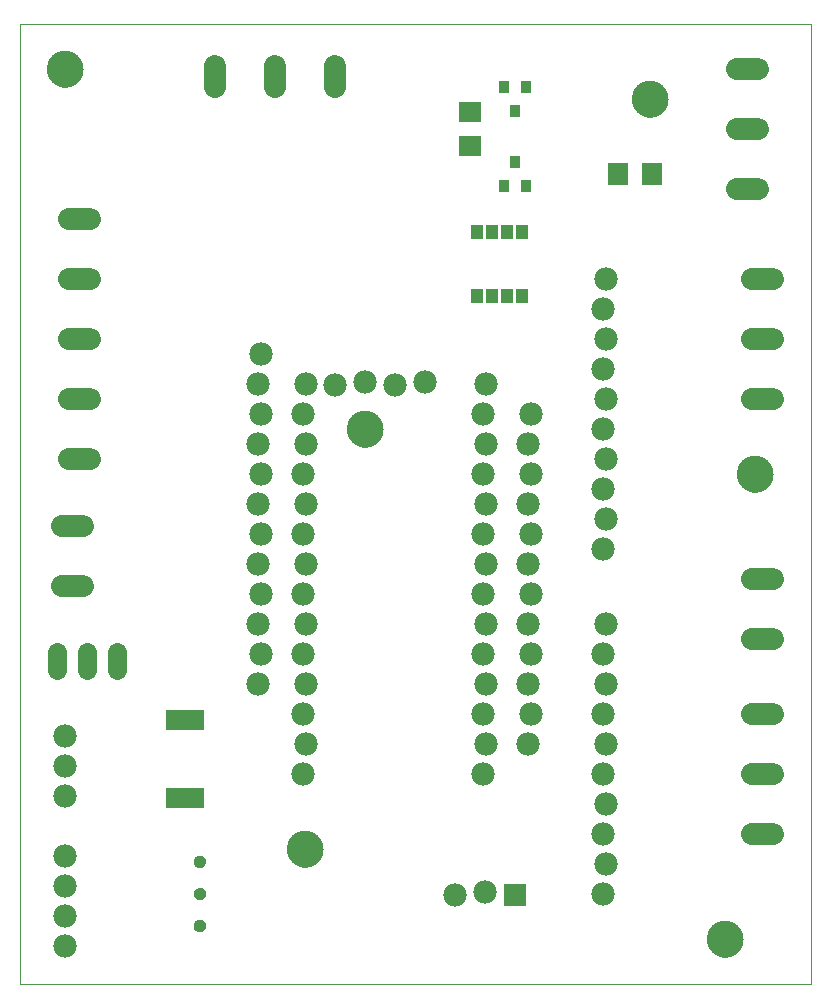
<source format=gts>
G75*
%MOIN*%
%OFA0B0*%
%FSLAX25Y25*%
%IPPOS*%
%LPD*%
%AMOC8*
5,1,8,0,0,1.08239X$1,22.5*
%
%ADD10C,0.00000*%
%ADD11C,0.12211*%
%ADD12C,0.07450*%
%ADD13C,0.07800*%
%ADD14R,0.07800X0.07800*%
%ADD15C,0.06400*%
%ADD16R,0.07498X0.06699*%
%ADD17R,0.06699X0.07498*%
%ADD18C,0.00500*%
%ADD19R,0.04000X0.04900*%
%ADD20R,0.03550X0.03943*%
%ADD21R,0.12800X0.06500*%
D10*
X0073539Y0010833D02*
X0073539Y0330833D01*
X0337240Y0330833D01*
X0337240Y0010833D01*
X0073539Y0010833D01*
X0162633Y0055833D02*
X0162635Y0055986D01*
X0162641Y0056140D01*
X0162651Y0056293D01*
X0162665Y0056445D01*
X0162683Y0056598D01*
X0162705Y0056749D01*
X0162730Y0056900D01*
X0162760Y0057051D01*
X0162794Y0057201D01*
X0162831Y0057349D01*
X0162872Y0057497D01*
X0162917Y0057643D01*
X0162966Y0057789D01*
X0163019Y0057933D01*
X0163075Y0058075D01*
X0163135Y0058216D01*
X0163199Y0058356D01*
X0163266Y0058494D01*
X0163337Y0058630D01*
X0163412Y0058764D01*
X0163489Y0058896D01*
X0163571Y0059026D01*
X0163655Y0059154D01*
X0163743Y0059280D01*
X0163834Y0059403D01*
X0163928Y0059524D01*
X0164026Y0059642D01*
X0164126Y0059758D01*
X0164230Y0059871D01*
X0164336Y0059982D01*
X0164445Y0060090D01*
X0164557Y0060195D01*
X0164671Y0060296D01*
X0164789Y0060395D01*
X0164908Y0060491D01*
X0165030Y0060584D01*
X0165155Y0060673D01*
X0165282Y0060760D01*
X0165411Y0060842D01*
X0165542Y0060922D01*
X0165675Y0060998D01*
X0165810Y0061071D01*
X0165947Y0061140D01*
X0166086Y0061205D01*
X0166226Y0061267D01*
X0166368Y0061325D01*
X0166511Y0061380D01*
X0166656Y0061431D01*
X0166802Y0061478D01*
X0166949Y0061521D01*
X0167097Y0061560D01*
X0167246Y0061596D01*
X0167396Y0061627D01*
X0167547Y0061655D01*
X0167698Y0061679D01*
X0167851Y0061699D01*
X0168003Y0061715D01*
X0168156Y0061727D01*
X0168309Y0061735D01*
X0168462Y0061739D01*
X0168616Y0061739D01*
X0168769Y0061735D01*
X0168922Y0061727D01*
X0169075Y0061715D01*
X0169227Y0061699D01*
X0169380Y0061679D01*
X0169531Y0061655D01*
X0169682Y0061627D01*
X0169832Y0061596D01*
X0169981Y0061560D01*
X0170129Y0061521D01*
X0170276Y0061478D01*
X0170422Y0061431D01*
X0170567Y0061380D01*
X0170710Y0061325D01*
X0170852Y0061267D01*
X0170992Y0061205D01*
X0171131Y0061140D01*
X0171268Y0061071D01*
X0171403Y0060998D01*
X0171536Y0060922D01*
X0171667Y0060842D01*
X0171796Y0060760D01*
X0171923Y0060673D01*
X0172048Y0060584D01*
X0172170Y0060491D01*
X0172289Y0060395D01*
X0172407Y0060296D01*
X0172521Y0060195D01*
X0172633Y0060090D01*
X0172742Y0059982D01*
X0172848Y0059871D01*
X0172952Y0059758D01*
X0173052Y0059642D01*
X0173150Y0059524D01*
X0173244Y0059403D01*
X0173335Y0059280D01*
X0173423Y0059154D01*
X0173507Y0059026D01*
X0173589Y0058896D01*
X0173666Y0058764D01*
X0173741Y0058630D01*
X0173812Y0058494D01*
X0173879Y0058356D01*
X0173943Y0058216D01*
X0174003Y0058075D01*
X0174059Y0057933D01*
X0174112Y0057789D01*
X0174161Y0057643D01*
X0174206Y0057497D01*
X0174247Y0057349D01*
X0174284Y0057201D01*
X0174318Y0057051D01*
X0174348Y0056900D01*
X0174373Y0056749D01*
X0174395Y0056598D01*
X0174413Y0056445D01*
X0174427Y0056293D01*
X0174437Y0056140D01*
X0174443Y0055986D01*
X0174445Y0055833D01*
X0174443Y0055680D01*
X0174437Y0055526D01*
X0174427Y0055373D01*
X0174413Y0055221D01*
X0174395Y0055068D01*
X0174373Y0054917D01*
X0174348Y0054766D01*
X0174318Y0054615D01*
X0174284Y0054465D01*
X0174247Y0054317D01*
X0174206Y0054169D01*
X0174161Y0054023D01*
X0174112Y0053877D01*
X0174059Y0053733D01*
X0174003Y0053591D01*
X0173943Y0053450D01*
X0173879Y0053310D01*
X0173812Y0053172D01*
X0173741Y0053036D01*
X0173666Y0052902D01*
X0173589Y0052770D01*
X0173507Y0052640D01*
X0173423Y0052512D01*
X0173335Y0052386D01*
X0173244Y0052263D01*
X0173150Y0052142D01*
X0173052Y0052024D01*
X0172952Y0051908D01*
X0172848Y0051795D01*
X0172742Y0051684D01*
X0172633Y0051576D01*
X0172521Y0051471D01*
X0172407Y0051370D01*
X0172289Y0051271D01*
X0172170Y0051175D01*
X0172048Y0051082D01*
X0171923Y0050993D01*
X0171796Y0050906D01*
X0171667Y0050824D01*
X0171536Y0050744D01*
X0171403Y0050668D01*
X0171268Y0050595D01*
X0171131Y0050526D01*
X0170992Y0050461D01*
X0170852Y0050399D01*
X0170710Y0050341D01*
X0170567Y0050286D01*
X0170422Y0050235D01*
X0170276Y0050188D01*
X0170129Y0050145D01*
X0169981Y0050106D01*
X0169832Y0050070D01*
X0169682Y0050039D01*
X0169531Y0050011D01*
X0169380Y0049987D01*
X0169227Y0049967D01*
X0169075Y0049951D01*
X0168922Y0049939D01*
X0168769Y0049931D01*
X0168616Y0049927D01*
X0168462Y0049927D01*
X0168309Y0049931D01*
X0168156Y0049939D01*
X0168003Y0049951D01*
X0167851Y0049967D01*
X0167698Y0049987D01*
X0167547Y0050011D01*
X0167396Y0050039D01*
X0167246Y0050070D01*
X0167097Y0050106D01*
X0166949Y0050145D01*
X0166802Y0050188D01*
X0166656Y0050235D01*
X0166511Y0050286D01*
X0166368Y0050341D01*
X0166226Y0050399D01*
X0166086Y0050461D01*
X0165947Y0050526D01*
X0165810Y0050595D01*
X0165675Y0050668D01*
X0165542Y0050744D01*
X0165411Y0050824D01*
X0165282Y0050906D01*
X0165155Y0050993D01*
X0165030Y0051082D01*
X0164908Y0051175D01*
X0164789Y0051271D01*
X0164671Y0051370D01*
X0164557Y0051471D01*
X0164445Y0051576D01*
X0164336Y0051684D01*
X0164230Y0051795D01*
X0164126Y0051908D01*
X0164026Y0052024D01*
X0163928Y0052142D01*
X0163834Y0052263D01*
X0163743Y0052386D01*
X0163655Y0052512D01*
X0163571Y0052640D01*
X0163489Y0052770D01*
X0163412Y0052902D01*
X0163337Y0053036D01*
X0163266Y0053172D01*
X0163199Y0053310D01*
X0163135Y0053450D01*
X0163075Y0053591D01*
X0163019Y0053733D01*
X0162966Y0053877D01*
X0162917Y0054023D01*
X0162872Y0054169D01*
X0162831Y0054317D01*
X0162794Y0054465D01*
X0162760Y0054615D01*
X0162730Y0054766D01*
X0162705Y0054917D01*
X0162683Y0055068D01*
X0162665Y0055221D01*
X0162651Y0055373D01*
X0162641Y0055526D01*
X0162635Y0055680D01*
X0162633Y0055833D01*
X0182633Y0195833D02*
X0182635Y0195986D01*
X0182641Y0196140D01*
X0182651Y0196293D01*
X0182665Y0196445D01*
X0182683Y0196598D01*
X0182705Y0196749D01*
X0182730Y0196900D01*
X0182760Y0197051D01*
X0182794Y0197201D01*
X0182831Y0197349D01*
X0182872Y0197497D01*
X0182917Y0197643D01*
X0182966Y0197789D01*
X0183019Y0197933D01*
X0183075Y0198075D01*
X0183135Y0198216D01*
X0183199Y0198356D01*
X0183266Y0198494D01*
X0183337Y0198630D01*
X0183412Y0198764D01*
X0183489Y0198896D01*
X0183571Y0199026D01*
X0183655Y0199154D01*
X0183743Y0199280D01*
X0183834Y0199403D01*
X0183928Y0199524D01*
X0184026Y0199642D01*
X0184126Y0199758D01*
X0184230Y0199871D01*
X0184336Y0199982D01*
X0184445Y0200090D01*
X0184557Y0200195D01*
X0184671Y0200296D01*
X0184789Y0200395D01*
X0184908Y0200491D01*
X0185030Y0200584D01*
X0185155Y0200673D01*
X0185282Y0200760D01*
X0185411Y0200842D01*
X0185542Y0200922D01*
X0185675Y0200998D01*
X0185810Y0201071D01*
X0185947Y0201140D01*
X0186086Y0201205D01*
X0186226Y0201267D01*
X0186368Y0201325D01*
X0186511Y0201380D01*
X0186656Y0201431D01*
X0186802Y0201478D01*
X0186949Y0201521D01*
X0187097Y0201560D01*
X0187246Y0201596D01*
X0187396Y0201627D01*
X0187547Y0201655D01*
X0187698Y0201679D01*
X0187851Y0201699D01*
X0188003Y0201715D01*
X0188156Y0201727D01*
X0188309Y0201735D01*
X0188462Y0201739D01*
X0188616Y0201739D01*
X0188769Y0201735D01*
X0188922Y0201727D01*
X0189075Y0201715D01*
X0189227Y0201699D01*
X0189380Y0201679D01*
X0189531Y0201655D01*
X0189682Y0201627D01*
X0189832Y0201596D01*
X0189981Y0201560D01*
X0190129Y0201521D01*
X0190276Y0201478D01*
X0190422Y0201431D01*
X0190567Y0201380D01*
X0190710Y0201325D01*
X0190852Y0201267D01*
X0190992Y0201205D01*
X0191131Y0201140D01*
X0191268Y0201071D01*
X0191403Y0200998D01*
X0191536Y0200922D01*
X0191667Y0200842D01*
X0191796Y0200760D01*
X0191923Y0200673D01*
X0192048Y0200584D01*
X0192170Y0200491D01*
X0192289Y0200395D01*
X0192407Y0200296D01*
X0192521Y0200195D01*
X0192633Y0200090D01*
X0192742Y0199982D01*
X0192848Y0199871D01*
X0192952Y0199758D01*
X0193052Y0199642D01*
X0193150Y0199524D01*
X0193244Y0199403D01*
X0193335Y0199280D01*
X0193423Y0199154D01*
X0193507Y0199026D01*
X0193589Y0198896D01*
X0193666Y0198764D01*
X0193741Y0198630D01*
X0193812Y0198494D01*
X0193879Y0198356D01*
X0193943Y0198216D01*
X0194003Y0198075D01*
X0194059Y0197933D01*
X0194112Y0197789D01*
X0194161Y0197643D01*
X0194206Y0197497D01*
X0194247Y0197349D01*
X0194284Y0197201D01*
X0194318Y0197051D01*
X0194348Y0196900D01*
X0194373Y0196749D01*
X0194395Y0196598D01*
X0194413Y0196445D01*
X0194427Y0196293D01*
X0194437Y0196140D01*
X0194443Y0195986D01*
X0194445Y0195833D01*
X0194443Y0195680D01*
X0194437Y0195526D01*
X0194427Y0195373D01*
X0194413Y0195221D01*
X0194395Y0195068D01*
X0194373Y0194917D01*
X0194348Y0194766D01*
X0194318Y0194615D01*
X0194284Y0194465D01*
X0194247Y0194317D01*
X0194206Y0194169D01*
X0194161Y0194023D01*
X0194112Y0193877D01*
X0194059Y0193733D01*
X0194003Y0193591D01*
X0193943Y0193450D01*
X0193879Y0193310D01*
X0193812Y0193172D01*
X0193741Y0193036D01*
X0193666Y0192902D01*
X0193589Y0192770D01*
X0193507Y0192640D01*
X0193423Y0192512D01*
X0193335Y0192386D01*
X0193244Y0192263D01*
X0193150Y0192142D01*
X0193052Y0192024D01*
X0192952Y0191908D01*
X0192848Y0191795D01*
X0192742Y0191684D01*
X0192633Y0191576D01*
X0192521Y0191471D01*
X0192407Y0191370D01*
X0192289Y0191271D01*
X0192170Y0191175D01*
X0192048Y0191082D01*
X0191923Y0190993D01*
X0191796Y0190906D01*
X0191667Y0190824D01*
X0191536Y0190744D01*
X0191403Y0190668D01*
X0191268Y0190595D01*
X0191131Y0190526D01*
X0190992Y0190461D01*
X0190852Y0190399D01*
X0190710Y0190341D01*
X0190567Y0190286D01*
X0190422Y0190235D01*
X0190276Y0190188D01*
X0190129Y0190145D01*
X0189981Y0190106D01*
X0189832Y0190070D01*
X0189682Y0190039D01*
X0189531Y0190011D01*
X0189380Y0189987D01*
X0189227Y0189967D01*
X0189075Y0189951D01*
X0188922Y0189939D01*
X0188769Y0189931D01*
X0188616Y0189927D01*
X0188462Y0189927D01*
X0188309Y0189931D01*
X0188156Y0189939D01*
X0188003Y0189951D01*
X0187851Y0189967D01*
X0187698Y0189987D01*
X0187547Y0190011D01*
X0187396Y0190039D01*
X0187246Y0190070D01*
X0187097Y0190106D01*
X0186949Y0190145D01*
X0186802Y0190188D01*
X0186656Y0190235D01*
X0186511Y0190286D01*
X0186368Y0190341D01*
X0186226Y0190399D01*
X0186086Y0190461D01*
X0185947Y0190526D01*
X0185810Y0190595D01*
X0185675Y0190668D01*
X0185542Y0190744D01*
X0185411Y0190824D01*
X0185282Y0190906D01*
X0185155Y0190993D01*
X0185030Y0191082D01*
X0184908Y0191175D01*
X0184789Y0191271D01*
X0184671Y0191370D01*
X0184557Y0191471D01*
X0184445Y0191576D01*
X0184336Y0191684D01*
X0184230Y0191795D01*
X0184126Y0191908D01*
X0184026Y0192024D01*
X0183928Y0192142D01*
X0183834Y0192263D01*
X0183743Y0192386D01*
X0183655Y0192512D01*
X0183571Y0192640D01*
X0183489Y0192770D01*
X0183412Y0192902D01*
X0183337Y0193036D01*
X0183266Y0193172D01*
X0183199Y0193310D01*
X0183135Y0193450D01*
X0183075Y0193591D01*
X0183019Y0193733D01*
X0182966Y0193877D01*
X0182917Y0194023D01*
X0182872Y0194169D01*
X0182831Y0194317D01*
X0182794Y0194465D01*
X0182760Y0194615D01*
X0182730Y0194766D01*
X0182705Y0194917D01*
X0182683Y0195068D01*
X0182665Y0195221D01*
X0182651Y0195373D01*
X0182641Y0195526D01*
X0182635Y0195680D01*
X0182633Y0195833D01*
X0277633Y0305833D02*
X0277635Y0305986D01*
X0277641Y0306140D01*
X0277651Y0306293D01*
X0277665Y0306445D01*
X0277683Y0306598D01*
X0277705Y0306749D01*
X0277730Y0306900D01*
X0277760Y0307051D01*
X0277794Y0307201D01*
X0277831Y0307349D01*
X0277872Y0307497D01*
X0277917Y0307643D01*
X0277966Y0307789D01*
X0278019Y0307933D01*
X0278075Y0308075D01*
X0278135Y0308216D01*
X0278199Y0308356D01*
X0278266Y0308494D01*
X0278337Y0308630D01*
X0278412Y0308764D01*
X0278489Y0308896D01*
X0278571Y0309026D01*
X0278655Y0309154D01*
X0278743Y0309280D01*
X0278834Y0309403D01*
X0278928Y0309524D01*
X0279026Y0309642D01*
X0279126Y0309758D01*
X0279230Y0309871D01*
X0279336Y0309982D01*
X0279445Y0310090D01*
X0279557Y0310195D01*
X0279671Y0310296D01*
X0279789Y0310395D01*
X0279908Y0310491D01*
X0280030Y0310584D01*
X0280155Y0310673D01*
X0280282Y0310760D01*
X0280411Y0310842D01*
X0280542Y0310922D01*
X0280675Y0310998D01*
X0280810Y0311071D01*
X0280947Y0311140D01*
X0281086Y0311205D01*
X0281226Y0311267D01*
X0281368Y0311325D01*
X0281511Y0311380D01*
X0281656Y0311431D01*
X0281802Y0311478D01*
X0281949Y0311521D01*
X0282097Y0311560D01*
X0282246Y0311596D01*
X0282396Y0311627D01*
X0282547Y0311655D01*
X0282698Y0311679D01*
X0282851Y0311699D01*
X0283003Y0311715D01*
X0283156Y0311727D01*
X0283309Y0311735D01*
X0283462Y0311739D01*
X0283616Y0311739D01*
X0283769Y0311735D01*
X0283922Y0311727D01*
X0284075Y0311715D01*
X0284227Y0311699D01*
X0284380Y0311679D01*
X0284531Y0311655D01*
X0284682Y0311627D01*
X0284832Y0311596D01*
X0284981Y0311560D01*
X0285129Y0311521D01*
X0285276Y0311478D01*
X0285422Y0311431D01*
X0285567Y0311380D01*
X0285710Y0311325D01*
X0285852Y0311267D01*
X0285992Y0311205D01*
X0286131Y0311140D01*
X0286268Y0311071D01*
X0286403Y0310998D01*
X0286536Y0310922D01*
X0286667Y0310842D01*
X0286796Y0310760D01*
X0286923Y0310673D01*
X0287048Y0310584D01*
X0287170Y0310491D01*
X0287289Y0310395D01*
X0287407Y0310296D01*
X0287521Y0310195D01*
X0287633Y0310090D01*
X0287742Y0309982D01*
X0287848Y0309871D01*
X0287952Y0309758D01*
X0288052Y0309642D01*
X0288150Y0309524D01*
X0288244Y0309403D01*
X0288335Y0309280D01*
X0288423Y0309154D01*
X0288507Y0309026D01*
X0288589Y0308896D01*
X0288666Y0308764D01*
X0288741Y0308630D01*
X0288812Y0308494D01*
X0288879Y0308356D01*
X0288943Y0308216D01*
X0289003Y0308075D01*
X0289059Y0307933D01*
X0289112Y0307789D01*
X0289161Y0307643D01*
X0289206Y0307497D01*
X0289247Y0307349D01*
X0289284Y0307201D01*
X0289318Y0307051D01*
X0289348Y0306900D01*
X0289373Y0306749D01*
X0289395Y0306598D01*
X0289413Y0306445D01*
X0289427Y0306293D01*
X0289437Y0306140D01*
X0289443Y0305986D01*
X0289445Y0305833D01*
X0289443Y0305680D01*
X0289437Y0305526D01*
X0289427Y0305373D01*
X0289413Y0305221D01*
X0289395Y0305068D01*
X0289373Y0304917D01*
X0289348Y0304766D01*
X0289318Y0304615D01*
X0289284Y0304465D01*
X0289247Y0304317D01*
X0289206Y0304169D01*
X0289161Y0304023D01*
X0289112Y0303877D01*
X0289059Y0303733D01*
X0289003Y0303591D01*
X0288943Y0303450D01*
X0288879Y0303310D01*
X0288812Y0303172D01*
X0288741Y0303036D01*
X0288666Y0302902D01*
X0288589Y0302770D01*
X0288507Y0302640D01*
X0288423Y0302512D01*
X0288335Y0302386D01*
X0288244Y0302263D01*
X0288150Y0302142D01*
X0288052Y0302024D01*
X0287952Y0301908D01*
X0287848Y0301795D01*
X0287742Y0301684D01*
X0287633Y0301576D01*
X0287521Y0301471D01*
X0287407Y0301370D01*
X0287289Y0301271D01*
X0287170Y0301175D01*
X0287048Y0301082D01*
X0286923Y0300993D01*
X0286796Y0300906D01*
X0286667Y0300824D01*
X0286536Y0300744D01*
X0286403Y0300668D01*
X0286268Y0300595D01*
X0286131Y0300526D01*
X0285992Y0300461D01*
X0285852Y0300399D01*
X0285710Y0300341D01*
X0285567Y0300286D01*
X0285422Y0300235D01*
X0285276Y0300188D01*
X0285129Y0300145D01*
X0284981Y0300106D01*
X0284832Y0300070D01*
X0284682Y0300039D01*
X0284531Y0300011D01*
X0284380Y0299987D01*
X0284227Y0299967D01*
X0284075Y0299951D01*
X0283922Y0299939D01*
X0283769Y0299931D01*
X0283616Y0299927D01*
X0283462Y0299927D01*
X0283309Y0299931D01*
X0283156Y0299939D01*
X0283003Y0299951D01*
X0282851Y0299967D01*
X0282698Y0299987D01*
X0282547Y0300011D01*
X0282396Y0300039D01*
X0282246Y0300070D01*
X0282097Y0300106D01*
X0281949Y0300145D01*
X0281802Y0300188D01*
X0281656Y0300235D01*
X0281511Y0300286D01*
X0281368Y0300341D01*
X0281226Y0300399D01*
X0281086Y0300461D01*
X0280947Y0300526D01*
X0280810Y0300595D01*
X0280675Y0300668D01*
X0280542Y0300744D01*
X0280411Y0300824D01*
X0280282Y0300906D01*
X0280155Y0300993D01*
X0280030Y0301082D01*
X0279908Y0301175D01*
X0279789Y0301271D01*
X0279671Y0301370D01*
X0279557Y0301471D01*
X0279445Y0301576D01*
X0279336Y0301684D01*
X0279230Y0301795D01*
X0279126Y0301908D01*
X0279026Y0302024D01*
X0278928Y0302142D01*
X0278834Y0302263D01*
X0278743Y0302386D01*
X0278655Y0302512D01*
X0278571Y0302640D01*
X0278489Y0302770D01*
X0278412Y0302902D01*
X0278337Y0303036D01*
X0278266Y0303172D01*
X0278199Y0303310D01*
X0278135Y0303450D01*
X0278075Y0303591D01*
X0278019Y0303733D01*
X0277966Y0303877D01*
X0277917Y0304023D01*
X0277872Y0304169D01*
X0277831Y0304317D01*
X0277794Y0304465D01*
X0277760Y0304615D01*
X0277730Y0304766D01*
X0277705Y0304917D01*
X0277683Y0305068D01*
X0277665Y0305221D01*
X0277651Y0305373D01*
X0277641Y0305526D01*
X0277635Y0305680D01*
X0277633Y0305833D01*
X0312633Y0180833D02*
X0312635Y0180986D01*
X0312641Y0181140D01*
X0312651Y0181293D01*
X0312665Y0181445D01*
X0312683Y0181598D01*
X0312705Y0181749D01*
X0312730Y0181900D01*
X0312760Y0182051D01*
X0312794Y0182201D01*
X0312831Y0182349D01*
X0312872Y0182497D01*
X0312917Y0182643D01*
X0312966Y0182789D01*
X0313019Y0182933D01*
X0313075Y0183075D01*
X0313135Y0183216D01*
X0313199Y0183356D01*
X0313266Y0183494D01*
X0313337Y0183630D01*
X0313412Y0183764D01*
X0313489Y0183896D01*
X0313571Y0184026D01*
X0313655Y0184154D01*
X0313743Y0184280D01*
X0313834Y0184403D01*
X0313928Y0184524D01*
X0314026Y0184642D01*
X0314126Y0184758D01*
X0314230Y0184871D01*
X0314336Y0184982D01*
X0314445Y0185090D01*
X0314557Y0185195D01*
X0314671Y0185296D01*
X0314789Y0185395D01*
X0314908Y0185491D01*
X0315030Y0185584D01*
X0315155Y0185673D01*
X0315282Y0185760D01*
X0315411Y0185842D01*
X0315542Y0185922D01*
X0315675Y0185998D01*
X0315810Y0186071D01*
X0315947Y0186140D01*
X0316086Y0186205D01*
X0316226Y0186267D01*
X0316368Y0186325D01*
X0316511Y0186380D01*
X0316656Y0186431D01*
X0316802Y0186478D01*
X0316949Y0186521D01*
X0317097Y0186560D01*
X0317246Y0186596D01*
X0317396Y0186627D01*
X0317547Y0186655D01*
X0317698Y0186679D01*
X0317851Y0186699D01*
X0318003Y0186715D01*
X0318156Y0186727D01*
X0318309Y0186735D01*
X0318462Y0186739D01*
X0318616Y0186739D01*
X0318769Y0186735D01*
X0318922Y0186727D01*
X0319075Y0186715D01*
X0319227Y0186699D01*
X0319380Y0186679D01*
X0319531Y0186655D01*
X0319682Y0186627D01*
X0319832Y0186596D01*
X0319981Y0186560D01*
X0320129Y0186521D01*
X0320276Y0186478D01*
X0320422Y0186431D01*
X0320567Y0186380D01*
X0320710Y0186325D01*
X0320852Y0186267D01*
X0320992Y0186205D01*
X0321131Y0186140D01*
X0321268Y0186071D01*
X0321403Y0185998D01*
X0321536Y0185922D01*
X0321667Y0185842D01*
X0321796Y0185760D01*
X0321923Y0185673D01*
X0322048Y0185584D01*
X0322170Y0185491D01*
X0322289Y0185395D01*
X0322407Y0185296D01*
X0322521Y0185195D01*
X0322633Y0185090D01*
X0322742Y0184982D01*
X0322848Y0184871D01*
X0322952Y0184758D01*
X0323052Y0184642D01*
X0323150Y0184524D01*
X0323244Y0184403D01*
X0323335Y0184280D01*
X0323423Y0184154D01*
X0323507Y0184026D01*
X0323589Y0183896D01*
X0323666Y0183764D01*
X0323741Y0183630D01*
X0323812Y0183494D01*
X0323879Y0183356D01*
X0323943Y0183216D01*
X0324003Y0183075D01*
X0324059Y0182933D01*
X0324112Y0182789D01*
X0324161Y0182643D01*
X0324206Y0182497D01*
X0324247Y0182349D01*
X0324284Y0182201D01*
X0324318Y0182051D01*
X0324348Y0181900D01*
X0324373Y0181749D01*
X0324395Y0181598D01*
X0324413Y0181445D01*
X0324427Y0181293D01*
X0324437Y0181140D01*
X0324443Y0180986D01*
X0324445Y0180833D01*
X0324443Y0180680D01*
X0324437Y0180526D01*
X0324427Y0180373D01*
X0324413Y0180221D01*
X0324395Y0180068D01*
X0324373Y0179917D01*
X0324348Y0179766D01*
X0324318Y0179615D01*
X0324284Y0179465D01*
X0324247Y0179317D01*
X0324206Y0179169D01*
X0324161Y0179023D01*
X0324112Y0178877D01*
X0324059Y0178733D01*
X0324003Y0178591D01*
X0323943Y0178450D01*
X0323879Y0178310D01*
X0323812Y0178172D01*
X0323741Y0178036D01*
X0323666Y0177902D01*
X0323589Y0177770D01*
X0323507Y0177640D01*
X0323423Y0177512D01*
X0323335Y0177386D01*
X0323244Y0177263D01*
X0323150Y0177142D01*
X0323052Y0177024D01*
X0322952Y0176908D01*
X0322848Y0176795D01*
X0322742Y0176684D01*
X0322633Y0176576D01*
X0322521Y0176471D01*
X0322407Y0176370D01*
X0322289Y0176271D01*
X0322170Y0176175D01*
X0322048Y0176082D01*
X0321923Y0175993D01*
X0321796Y0175906D01*
X0321667Y0175824D01*
X0321536Y0175744D01*
X0321403Y0175668D01*
X0321268Y0175595D01*
X0321131Y0175526D01*
X0320992Y0175461D01*
X0320852Y0175399D01*
X0320710Y0175341D01*
X0320567Y0175286D01*
X0320422Y0175235D01*
X0320276Y0175188D01*
X0320129Y0175145D01*
X0319981Y0175106D01*
X0319832Y0175070D01*
X0319682Y0175039D01*
X0319531Y0175011D01*
X0319380Y0174987D01*
X0319227Y0174967D01*
X0319075Y0174951D01*
X0318922Y0174939D01*
X0318769Y0174931D01*
X0318616Y0174927D01*
X0318462Y0174927D01*
X0318309Y0174931D01*
X0318156Y0174939D01*
X0318003Y0174951D01*
X0317851Y0174967D01*
X0317698Y0174987D01*
X0317547Y0175011D01*
X0317396Y0175039D01*
X0317246Y0175070D01*
X0317097Y0175106D01*
X0316949Y0175145D01*
X0316802Y0175188D01*
X0316656Y0175235D01*
X0316511Y0175286D01*
X0316368Y0175341D01*
X0316226Y0175399D01*
X0316086Y0175461D01*
X0315947Y0175526D01*
X0315810Y0175595D01*
X0315675Y0175668D01*
X0315542Y0175744D01*
X0315411Y0175824D01*
X0315282Y0175906D01*
X0315155Y0175993D01*
X0315030Y0176082D01*
X0314908Y0176175D01*
X0314789Y0176271D01*
X0314671Y0176370D01*
X0314557Y0176471D01*
X0314445Y0176576D01*
X0314336Y0176684D01*
X0314230Y0176795D01*
X0314126Y0176908D01*
X0314026Y0177024D01*
X0313928Y0177142D01*
X0313834Y0177263D01*
X0313743Y0177386D01*
X0313655Y0177512D01*
X0313571Y0177640D01*
X0313489Y0177770D01*
X0313412Y0177902D01*
X0313337Y0178036D01*
X0313266Y0178172D01*
X0313199Y0178310D01*
X0313135Y0178450D01*
X0313075Y0178591D01*
X0313019Y0178733D01*
X0312966Y0178877D01*
X0312917Y0179023D01*
X0312872Y0179169D01*
X0312831Y0179317D01*
X0312794Y0179465D01*
X0312760Y0179615D01*
X0312730Y0179766D01*
X0312705Y0179917D01*
X0312683Y0180068D01*
X0312665Y0180221D01*
X0312651Y0180373D01*
X0312641Y0180526D01*
X0312635Y0180680D01*
X0312633Y0180833D01*
X0302633Y0025833D02*
X0302635Y0025986D01*
X0302641Y0026140D01*
X0302651Y0026293D01*
X0302665Y0026445D01*
X0302683Y0026598D01*
X0302705Y0026749D01*
X0302730Y0026900D01*
X0302760Y0027051D01*
X0302794Y0027201D01*
X0302831Y0027349D01*
X0302872Y0027497D01*
X0302917Y0027643D01*
X0302966Y0027789D01*
X0303019Y0027933D01*
X0303075Y0028075D01*
X0303135Y0028216D01*
X0303199Y0028356D01*
X0303266Y0028494D01*
X0303337Y0028630D01*
X0303412Y0028764D01*
X0303489Y0028896D01*
X0303571Y0029026D01*
X0303655Y0029154D01*
X0303743Y0029280D01*
X0303834Y0029403D01*
X0303928Y0029524D01*
X0304026Y0029642D01*
X0304126Y0029758D01*
X0304230Y0029871D01*
X0304336Y0029982D01*
X0304445Y0030090D01*
X0304557Y0030195D01*
X0304671Y0030296D01*
X0304789Y0030395D01*
X0304908Y0030491D01*
X0305030Y0030584D01*
X0305155Y0030673D01*
X0305282Y0030760D01*
X0305411Y0030842D01*
X0305542Y0030922D01*
X0305675Y0030998D01*
X0305810Y0031071D01*
X0305947Y0031140D01*
X0306086Y0031205D01*
X0306226Y0031267D01*
X0306368Y0031325D01*
X0306511Y0031380D01*
X0306656Y0031431D01*
X0306802Y0031478D01*
X0306949Y0031521D01*
X0307097Y0031560D01*
X0307246Y0031596D01*
X0307396Y0031627D01*
X0307547Y0031655D01*
X0307698Y0031679D01*
X0307851Y0031699D01*
X0308003Y0031715D01*
X0308156Y0031727D01*
X0308309Y0031735D01*
X0308462Y0031739D01*
X0308616Y0031739D01*
X0308769Y0031735D01*
X0308922Y0031727D01*
X0309075Y0031715D01*
X0309227Y0031699D01*
X0309380Y0031679D01*
X0309531Y0031655D01*
X0309682Y0031627D01*
X0309832Y0031596D01*
X0309981Y0031560D01*
X0310129Y0031521D01*
X0310276Y0031478D01*
X0310422Y0031431D01*
X0310567Y0031380D01*
X0310710Y0031325D01*
X0310852Y0031267D01*
X0310992Y0031205D01*
X0311131Y0031140D01*
X0311268Y0031071D01*
X0311403Y0030998D01*
X0311536Y0030922D01*
X0311667Y0030842D01*
X0311796Y0030760D01*
X0311923Y0030673D01*
X0312048Y0030584D01*
X0312170Y0030491D01*
X0312289Y0030395D01*
X0312407Y0030296D01*
X0312521Y0030195D01*
X0312633Y0030090D01*
X0312742Y0029982D01*
X0312848Y0029871D01*
X0312952Y0029758D01*
X0313052Y0029642D01*
X0313150Y0029524D01*
X0313244Y0029403D01*
X0313335Y0029280D01*
X0313423Y0029154D01*
X0313507Y0029026D01*
X0313589Y0028896D01*
X0313666Y0028764D01*
X0313741Y0028630D01*
X0313812Y0028494D01*
X0313879Y0028356D01*
X0313943Y0028216D01*
X0314003Y0028075D01*
X0314059Y0027933D01*
X0314112Y0027789D01*
X0314161Y0027643D01*
X0314206Y0027497D01*
X0314247Y0027349D01*
X0314284Y0027201D01*
X0314318Y0027051D01*
X0314348Y0026900D01*
X0314373Y0026749D01*
X0314395Y0026598D01*
X0314413Y0026445D01*
X0314427Y0026293D01*
X0314437Y0026140D01*
X0314443Y0025986D01*
X0314445Y0025833D01*
X0314443Y0025680D01*
X0314437Y0025526D01*
X0314427Y0025373D01*
X0314413Y0025221D01*
X0314395Y0025068D01*
X0314373Y0024917D01*
X0314348Y0024766D01*
X0314318Y0024615D01*
X0314284Y0024465D01*
X0314247Y0024317D01*
X0314206Y0024169D01*
X0314161Y0024023D01*
X0314112Y0023877D01*
X0314059Y0023733D01*
X0314003Y0023591D01*
X0313943Y0023450D01*
X0313879Y0023310D01*
X0313812Y0023172D01*
X0313741Y0023036D01*
X0313666Y0022902D01*
X0313589Y0022770D01*
X0313507Y0022640D01*
X0313423Y0022512D01*
X0313335Y0022386D01*
X0313244Y0022263D01*
X0313150Y0022142D01*
X0313052Y0022024D01*
X0312952Y0021908D01*
X0312848Y0021795D01*
X0312742Y0021684D01*
X0312633Y0021576D01*
X0312521Y0021471D01*
X0312407Y0021370D01*
X0312289Y0021271D01*
X0312170Y0021175D01*
X0312048Y0021082D01*
X0311923Y0020993D01*
X0311796Y0020906D01*
X0311667Y0020824D01*
X0311536Y0020744D01*
X0311403Y0020668D01*
X0311268Y0020595D01*
X0311131Y0020526D01*
X0310992Y0020461D01*
X0310852Y0020399D01*
X0310710Y0020341D01*
X0310567Y0020286D01*
X0310422Y0020235D01*
X0310276Y0020188D01*
X0310129Y0020145D01*
X0309981Y0020106D01*
X0309832Y0020070D01*
X0309682Y0020039D01*
X0309531Y0020011D01*
X0309380Y0019987D01*
X0309227Y0019967D01*
X0309075Y0019951D01*
X0308922Y0019939D01*
X0308769Y0019931D01*
X0308616Y0019927D01*
X0308462Y0019927D01*
X0308309Y0019931D01*
X0308156Y0019939D01*
X0308003Y0019951D01*
X0307851Y0019967D01*
X0307698Y0019987D01*
X0307547Y0020011D01*
X0307396Y0020039D01*
X0307246Y0020070D01*
X0307097Y0020106D01*
X0306949Y0020145D01*
X0306802Y0020188D01*
X0306656Y0020235D01*
X0306511Y0020286D01*
X0306368Y0020341D01*
X0306226Y0020399D01*
X0306086Y0020461D01*
X0305947Y0020526D01*
X0305810Y0020595D01*
X0305675Y0020668D01*
X0305542Y0020744D01*
X0305411Y0020824D01*
X0305282Y0020906D01*
X0305155Y0020993D01*
X0305030Y0021082D01*
X0304908Y0021175D01*
X0304789Y0021271D01*
X0304671Y0021370D01*
X0304557Y0021471D01*
X0304445Y0021576D01*
X0304336Y0021684D01*
X0304230Y0021795D01*
X0304126Y0021908D01*
X0304026Y0022024D01*
X0303928Y0022142D01*
X0303834Y0022263D01*
X0303743Y0022386D01*
X0303655Y0022512D01*
X0303571Y0022640D01*
X0303489Y0022770D01*
X0303412Y0022902D01*
X0303337Y0023036D01*
X0303266Y0023172D01*
X0303199Y0023310D01*
X0303135Y0023450D01*
X0303075Y0023591D01*
X0303019Y0023733D01*
X0302966Y0023877D01*
X0302917Y0024023D01*
X0302872Y0024169D01*
X0302831Y0024317D01*
X0302794Y0024465D01*
X0302760Y0024615D01*
X0302730Y0024766D01*
X0302705Y0024917D01*
X0302683Y0025068D01*
X0302665Y0025221D01*
X0302651Y0025373D01*
X0302641Y0025526D01*
X0302635Y0025680D01*
X0302633Y0025833D01*
X0082633Y0315833D02*
X0082635Y0315986D01*
X0082641Y0316140D01*
X0082651Y0316293D01*
X0082665Y0316445D01*
X0082683Y0316598D01*
X0082705Y0316749D01*
X0082730Y0316900D01*
X0082760Y0317051D01*
X0082794Y0317201D01*
X0082831Y0317349D01*
X0082872Y0317497D01*
X0082917Y0317643D01*
X0082966Y0317789D01*
X0083019Y0317933D01*
X0083075Y0318075D01*
X0083135Y0318216D01*
X0083199Y0318356D01*
X0083266Y0318494D01*
X0083337Y0318630D01*
X0083412Y0318764D01*
X0083489Y0318896D01*
X0083571Y0319026D01*
X0083655Y0319154D01*
X0083743Y0319280D01*
X0083834Y0319403D01*
X0083928Y0319524D01*
X0084026Y0319642D01*
X0084126Y0319758D01*
X0084230Y0319871D01*
X0084336Y0319982D01*
X0084445Y0320090D01*
X0084557Y0320195D01*
X0084671Y0320296D01*
X0084789Y0320395D01*
X0084908Y0320491D01*
X0085030Y0320584D01*
X0085155Y0320673D01*
X0085282Y0320760D01*
X0085411Y0320842D01*
X0085542Y0320922D01*
X0085675Y0320998D01*
X0085810Y0321071D01*
X0085947Y0321140D01*
X0086086Y0321205D01*
X0086226Y0321267D01*
X0086368Y0321325D01*
X0086511Y0321380D01*
X0086656Y0321431D01*
X0086802Y0321478D01*
X0086949Y0321521D01*
X0087097Y0321560D01*
X0087246Y0321596D01*
X0087396Y0321627D01*
X0087547Y0321655D01*
X0087698Y0321679D01*
X0087851Y0321699D01*
X0088003Y0321715D01*
X0088156Y0321727D01*
X0088309Y0321735D01*
X0088462Y0321739D01*
X0088616Y0321739D01*
X0088769Y0321735D01*
X0088922Y0321727D01*
X0089075Y0321715D01*
X0089227Y0321699D01*
X0089380Y0321679D01*
X0089531Y0321655D01*
X0089682Y0321627D01*
X0089832Y0321596D01*
X0089981Y0321560D01*
X0090129Y0321521D01*
X0090276Y0321478D01*
X0090422Y0321431D01*
X0090567Y0321380D01*
X0090710Y0321325D01*
X0090852Y0321267D01*
X0090992Y0321205D01*
X0091131Y0321140D01*
X0091268Y0321071D01*
X0091403Y0320998D01*
X0091536Y0320922D01*
X0091667Y0320842D01*
X0091796Y0320760D01*
X0091923Y0320673D01*
X0092048Y0320584D01*
X0092170Y0320491D01*
X0092289Y0320395D01*
X0092407Y0320296D01*
X0092521Y0320195D01*
X0092633Y0320090D01*
X0092742Y0319982D01*
X0092848Y0319871D01*
X0092952Y0319758D01*
X0093052Y0319642D01*
X0093150Y0319524D01*
X0093244Y0319403D01*
X0093335Y0319280D01*
X0093423Y0319154D01*
X0093507Y0319026D01*
X0093589Y0318896D01*
X0093666Y0318764D01*
X0093741Y0318630D01*
X0093812Y0318494D01*
X0093879Y0318356D01*
X0093943Y0318216D01*
X0094003Y0318075D01*
X0094059Y0317933D01*
X0094112Y0317789D01*
X0094161Y0317643D01*
X0094206Y0317497D01*
X0094247Y0317349D01*
X0094284Y0317201D01*
X0094318Y0317051D01*
X0094348Y0316900D01*
X0094373Y0316749D01*
X0094395Y0316598D01*
X0094413Y0316445D01*
X0094427Y0316293D01*
X0094437Y0316140D01*
X0094443Y0315986D01*
X0094445Y0315833D01*
X0094443Y0315680D01*
X0094437Y0315526D01*
X0094427Y0315373D01*
X0094413Y0315221D01*
X0094395Y0315068D01*
X0094373Y0314917D01*
X0094348Y0314766D01*
X0094318Y0314615D01*
X0094284Y0314465D01*
X0094247Y0314317D01*
X0094206Y0314169D01*
X0094161Y0314023D01*
X0094112Y0313877D01*
X0094059Y0313733D01*
X0094003Y0313591D01*
X0093943Y0313450D01*
X0093879Y0313310D01*
X0093812Y0313172D01*
X0093741Y0313036D01*
X0093666Y0312902D01*
X0093589Y0312770D01*
X0093507Y0312640D01*
X0093423Y0312512D01*
X0093335Y0312386D01*
X0093244Y0312263D01*
X0093150Y0312142D01*
X0093052Y0312024D01*
X0092952Y0311908D01*
X0092848Y0311795D01*
X0092742Y0311684D01*
X0092633Y0311576D01*
X0092521Y0311471D01*
X0092407Y0311370D01*
X0092289Y0311271D01*
X0092170Y0311175D01*
X0092048Y0311082D01*
X0091923Y0310993D01*
X0091796Y0310906D01*
X0091667Y0310824D01*
X0091536Y0310744D01*
X0091403Y0310668D01*
X0091268Y0310595D01*
X0091131Y0310526D01*
X0090992Y0310461D01*
X0090852Y0310399D01*
X0090710Y0310341D01*
X0090567Y0310286D01*
X0090422Y0310235D01*
X0090276Y0310188D01*
X0090129Y0310145D01*
X0089981Y0310106D01*
X0089832Y0310070D01*
X0089682Y0310039D01*
X0089531Y0310011D01*
X0089380Y0309987D01*
X0089227Y0309967D01*
X0089075Y0309951D01*
X0088922Y0309939D01*
X0088769Y0309931D01*
X0088616Y0309927D01*
X0088462Y0309927D01*
X0088309Y0309931D01*
X0088156Y0309939D01*
X0088003Y0309951D01*
X0087851Y0309967D01*
X0087698Y0309987D01*
X0087547Y0310011D01*
X0087396Y0310039D01*
X0087246Y0310070D01*
X0087097Y0310106D01*
X0086949Y0310145D01*
X0086802Y0310188D01*
X0086656Y0310235D01*
X0086511Y0310286D01*
X0086368Y0310341D01*
X0086226Y0310399D01*
X0086086Y0310461D01*
X0085947Y0310526D01*
X0085810Y0310595D01*
X0085675Y0310668D01*
X0085542Y0310744D01*
X0085411Y0310824D01*
X0085282Y0310906D01*
X0085155Y0310993D01*
X0085030Y0311082D01*
X0084908Y0311175D01*
X0084789Y0311271D01*
X0084671Y0311370D01*
X0084557Y0311471D01*
X0084445Y0311576D01*
X0084336Y0311684D01*
X0084230Y0311795D01*
X0084126Y0311908D01*
X0084026Y0312024D01*
X0083928Y0312142D01*
X0083834Y0312263D01*
X0083743Y0312386D01*
X0083655Y0312512D01*
X0083571Y0312640D01*
X0083489Y0312770D01*
X0083412Y0312902D01*
X0083337Y0313036D01*
X0083266Y0313172D01*
X0083199Y0313310D01*
X0083135Y0313450D01*
X0083075Y0313591D01*
X0083019Y0313733D01*
X0082966Y0313877D01*
X0082917Y0314023D01*
X0082872Y0314169D01*
X0082831Y0314317D01*
X0082794Y0314465D01*
X0082760Y0314615D01*
X0082730Y0314766D01*
X0082705Y0314917D01*
X0082683Y0315068D01*
X0082665Y0315221D01*
X0082651Y0315373D01*
X0082641Y0315526D01*
X0082635Y0315680D01*
X0082633Y0315833D01*
D11*
X0088539Y0315833D03*
X0188539Y0195833D03*
X0283539Y0305833D03*
X0318539Y0180833D03*
X0168539Y0055833D03*
X0308539Y0025833D03*
D12*
X0317514Y0060833D02*
X0324564Y0060833D01*
X0324564Y0080833D02*
X0317514Y0080833D01*
X0317514Y0100833D02*
X0324564Y0100833D01*
X0324564Y0125833D02*
X0317514Y0125833D01*
X0317514Y0145833D02*
X0324564Y0145833D01*
X0324564Y0205833D02*
X0317514Y0205833D01*
X0317514Y0225833D02*
X0324564Y0225833D01*
X0324564Y0245833D02*
X0317514Y0245833D01*
X0319564Y0275833D02*
X0312514Y0275833D01*
X0312514Y0295833D02*
X0319564Y0295833D01*
X0319564Y0315833D02*
X0312514Y0315833D01*
X0178539Y0316858D02*
X0178539Y0309808D01*
X0158539Y0309808D02*
X0158539Y0316858D01*
X0138539Y0316858D02*
X0138539Y0309808D01*
X0097064Y0265833D02*
X0090014Y0265833D01*
X0090014Y0245833D02*
X0097064Y0245833D01*
X0097064Y0225833D02*
X0090014Y0225833D01*
X0090014Y0205833D02*
X0097064Y0205833D01*
X0097064Y0185833D02*
X0090014Y0185833D01*
X0087514Y0163333D02*
X0094564Y0163333D01*
X0094564Y0143333D02*
X0087514Y0143333D01*
D13*
X0088539Y0093333D03*
X0088539Y0083333D03*
X0088539Y0073333D03*
X0088539Y0053333D03*
X0088539Y0043333D03*
X0088539Y0033333D03*
X0088539Y0023333D03*
X0168039Y0080833D03*
X0169039Y0090833D03*
X0168039Y0100833D03*
X0169039Y0110833D03*
X0168039Y0120833D03*
X0169039Y0130833D03*
X0168039Y0140833D03*
X0169039Y0150833D03*
X0168039Y0160833D03*
X0169039Y0170833D03*
X0168039Y0180833D03*
X0169039Y0190833D03*
X0168039Y0200833D03*
X0169039Y0210833D03*
X0178539Y0210333D03*
X0188539Y0211333D03*
X0198539Y0210333D03*
X0208539Y0211333D03*
X0228039Y0200833D03*
X0229039Y0190833D03*
X0228039Y0180833D03*
X0229039Y0170833D03*
X0228039Y0160833D03*
X0229039Y0150833D03*
X0228039Y0140833D03*
X0229039Y0130833D03*
X0228039Y0120833D03*
X0229039Y0110833D03*
X0228039Y0100833D03*
X0229039Y0090833D03*
X0228039Y0080833D03*
X0243039Y0090833D03*
X0244039Y0100833D03*
X0243039Y0110833D03*
X0244039Y0120833D03*
X0243039Y0130833D03*
X0244039Y0140833D03*
X0243039Y0150833D03*
X0244039Y0160833D03*
X0243039Y0170833D03*
X0244039Y0180833D03*
X0243039Y0190833D03*
X0244039Y0200833D03*
X0229039Y0210833D03*
X0268039Y0215833D03*
X0269039Y0205833D03*
X0268039Y0195833D03*
X0269039Y0185833D03*
X0268039Y0175833D03*
X0269039Y0165833D03*
X0268039Y0155833D03*
X0269039Y0130833D03*
X0268039Y0120833D03*
X0269039Y0110833D03*
X0268039Y0100833D03*
X0269039Y0090833D03*
X0268039Y0080833D03*
X0269039Y0070833D03*
X0268039Y0060833D03*
X0269039Y0050833D03*
X0268039Y0040833D03*
X0228539Y0041333D03*
X0218539Y0040333D03*
X0153039Y0110833D03*
X0154039Y0120833D03*
X0153039Y0130833D03*
X0154039Y0140833D03*
X0153039Y0150833D03*
X0154039Y0160833D03*
X0153039Y0170833D03*
X0154039Y0180833D03*
X0153039Y0190833D03*
X0154039Y0200833D03*
X0153039Y0210833D03*
X0154039Y0220833D03*
X0268039Y0235833D03*
X0269039Y0225833D03*
X0269039Y0245833D03*
D14*
X0238539Y0040333D03*
D15*
X0106039Y0115333D02*
X0106039Y0121333D01*
X0096039Y0121333D02*
X0096039Y0115333D01*
X0086039Y0115333D02*
X0086039Y0121333D01*
D16*
X0223539Y0290235D03*
X0223539Y0301432D03*
D17*
X0272941Y0280833D03*
X0284138Y0280833D03*
D18*
X0134636Y0052898D02*
X0134912Y0052613D01*
X0135117Y0052274D01*
X0135241Y0051898D01*
X0135279Y0051503D01*
X0135232Y0051120D01*
X0135102Y0050756D01*
X0134893Y0050431D01*
X0134618Y0050160D01*
X0134289Y0049958D01*
X0133923Y0049833D01*
X0133539Y0049793D01*
X0133158Y0049827D01*
X0132793Y0049945D01*
X0132464Y0050141D01*
X0132187Y0050406D01*
X0131976Y0050725D01*
X0131841Y0051084D01*
X0131789Y0051463D01*
X0131824Y0051864D01*
X0131947Y0052246D01*
X0132153Y0052592D01*
X0132430Y0052883D01*
X0132765Y0053106D01*
X0133141Y0053248D01*
X0133539Y0053303D01*
X0133932Y0053252D01*
X0134304Y0053115D01*
X0134636Y0052898D01*
X0134820Y0052708D02*
X0132263Y0052708D01*
X0131936Y0052210D02*
X0135138Y0052210D01*
X0135259Y0051711D02*
X0131811Y0051711D01*
X0131823Y0051213D02*
X0135244Y0051213D01*
X0135075Y0050714D02*
X0131983Y0050714D01*
X0132386Y0050216D02*
X0134674Y0050216D01*
X0134055Y0053207D02*
X0133032Y0053207D01*
X0133579Y0042583D02*
X0133972Y0042532D01*
X0134344Y0042395D01*
X0134676Y0042178D01*
X0134952Y0041893D01*
X0135157Y0041554D01*
X0135281Y0041178D01*
X0135319Y0040783D01*
X0135273Y0040400D01*
X0135142Y0040036D01*
X0134934Y0039711D01*
X0134658Y0039440D01*
X0134329Y0039237D01*
X0133964Y0039113D01*
X0133579Y0039073D01*
X0133198Y0039107D01*
X0132833Y0039225D01*
X0132504Y0039421D01*
X0132227Y0039686D01*
X0132016Y0040005D01*
X0131881Y0040364D01*
X0131829Y0040743D01*
X0131864Y0041144D01*
X0131988Y0041526D01*
X0132193Y0041872D01*
X0132470Y0042163D01*
X0132805Y0042386D01*
X0133181Y0042528D01*
X0133579Y0042583D01*
X0132585Y0042240D02*
X0134582Y0042240D01*
X0135044Y0041741D02*
X0132115Y0041741D01*
X0131896Y0041243D02*
X0135260Y0041243D01*
X0135314Y0040744D02*
X0131829Y0040744D01*
X0131926Y0040245D02*
X0135217Y0040245D01*
X0134957Y0039747D02*
X0132187Y0039747D01*
X0132794Y0039248D02*
X0134347Y0039248D01*
X0133549Y0031883D02*
X0133942Y0031832D01*
X0134314Y0031695D01*
X0134646Y0031479D01*
X0134922Y0031194D01*
X0135127Y0030855D01*
X0135251Y0030478D01*
X0135289Y0030084D01*
X0135243Y0029700D01*
X0135112Y0029337D01*
X0134904Y0029011D01*
X0134628Y0028741D01*
X0134299Y0028538D01*
X0133934Y0028413D01*
X0133549Y0028373D01*
X0133168Y0028407D01*
X0132803Y0028525D01*
X0132474Y0028722D01*
X0132197Y0028986D01*
X0131986Y0029306D01*
X0131851Y0029664D01*
X0131799Y0030044D01*
X0131834Y0030444D01*
X0131958Y0030827D01*
X0132163Y0031172D01*
X0132440Y0031464D01*
X0132775Y0031686D01*
X0133151Y0031828D01*
X0133549Y0031883D01*
X0132999Y0031771D02*
X0134109Y0031771D01*
X0134846Y0031272D02*
X0132258Y0031272D01*
X0131941Y0030774D02*
X0135154Y0030774D01*
X0135271Y0030275D02*
X0131820Y0030275D01*
X0131836Y0029777D02*
X0135252Y0029777D01*
X0135075Y0029278D02*
X0132004Y0029278D01*
X0132414Y0028780D02*
X0134668Y0028780D01*
D19*
X0226039Y0240083D03*
X0231039Y0240083D03*
X0236039Y0240083D03*
X0241039Y0240083D03*
X0241039Y0261583D03*
X0236039Y0261583D03*
X0231039Y0261583D03*
X0226039Y0261583D03*
D20*
X0234799Y0276896D03*
X0238539Y0284770D03*
X0242279Y0276896D03*
X0238539Y0301896D03*
X0234799Y0309770D03*
X0242279Y0309770D03*
D21*
X0128539Y0098933D03*
X0128539Y0072733D03*
M02*

</source>
